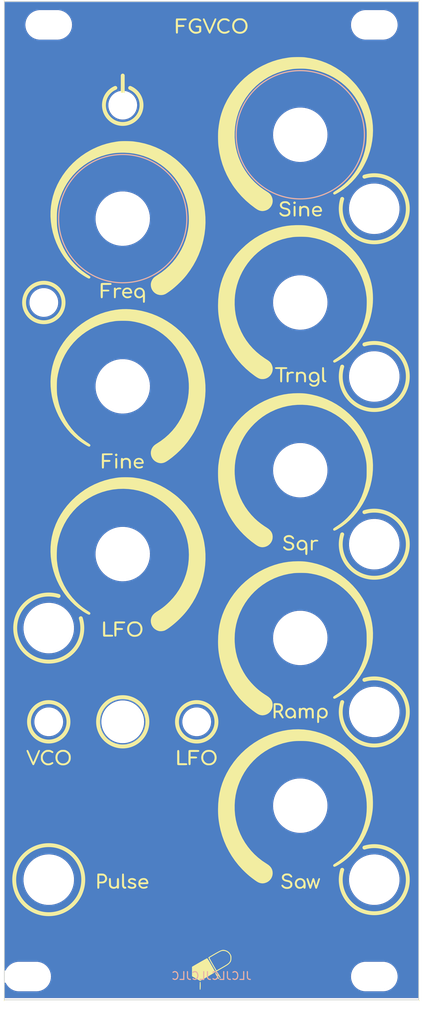
<source format=kicad_pcb>
(kicad_pcb (version 20211014) (generator pcbnew)
  (layers (0 "F.Cu" signal) (31 "B.Cu" signal) (34 "B.Paste" user) (35 "F.Paste" user) (36 "B.SilkS" user "B.Silkscreen") (37 "F.SilkS" user "F.Silkscreen") (38 "B.Mask" user) (39 "F.Mask" user) (44 "Edge.Cuts" user))
  (net 0 "")
  (footprint "MountingHole:MountingHole_6.5mm" (layer "F.Cu") (at 38.1 17.145)
    (fp_text reference "H4" (at 0.005 -0.115) (layer "F.SilkS"))
    (fp_text value "knob")
    (pad "" np_thru_hole circle locked (at 0 0) (size 6.5 6.5) (drill 6.5) (layers *.Cu *.Mask))
  )
  (footprint "MountingHole:MountingHole_6mm" (layer "F.Cu") (at 5.715 113.03)
    (fp_text reference "H17" (at 0 -0.115) (layer "F.SilkS"))
    (fp_text value "jack")
    (pad "" np_thru_hole circle locked (at 0 0) (size 6 6) (drill 6) (layers *.Cu *.Mask))
  )
  (footprint "MountingHole:MountingHole_6mm" (layer "F.Cu") (at 47.625 91.44)
    (fp_text reference "H14" (at 0 -0.115) (layer "F.SilkS"))
    (fp_text value "jack")
    (pad "" np_thru_hole circle locked (at 0 0) (size 6 6) (drill 6) (layers *.Cu *.Mask))
  )
  (footprint "MountingHole:MountingHole_6mm" (layer "F.Cu") (at 5.715 80.645)
    (fp_text reference "H19" (at 0.005 -0.115) (layer "F.SilkS"))
    (fp_text value "jack")
    (pad "" np_thru_hole circle locked (at 0 0) (size 6 6) (drill 6) (layers *.Cu *.Mask))
  )
  (footprint "MountingHole:MountingHole_6mm" (layer "F.Cu") (at 47.625 113.03)
    (fp_text reference "H15" (at 0.005 -0.115) (layer "F.SilkS"))
    (fp_text value "jack")
    (pad "" np_thru_hole circle locked (at 0 0) (size 6 6) (drill 6) (layers *.Cu *.Mask))
  )
  (footprint "MountingHole:MountingHole_6mm" (layer "F.Cu") (at 47.625 26.67)
    (fp_text reference "H13" (at 0 -0.115) (layer "F.SilkS"))
    (fp_text value "jack")
    (pad "" np_thru_hole circle locked (at 0 0) (size 6 6) (drill 6) (layers *.Cu *.Mask))
  )
  (footprint "MountingHole:MountingHole_6.5mm" (layer "F.Cu") (at 15.24 27.94)
    (fp_text reference "H5" (at 0.005 -0.115) (layer "F.SilkS"))
    (fp_text value "knob")
    (pad "" np_thru_hole circle locked (at 0 0) (size 6.5 6.5) (drill 6.5) (layers *.Cu *.Mask))
  )
  (footprint "MountingHole:MountingHole_6.5mm" (layer "F.Cu") (at 38.1 81.915)
    (fp_text reference "H6" (at 0 -0.115) (layer "F.SilkS"))
    (fp_text value "knob")
    (pad "" np_thru_hole circle locked (at 0 0) (size 6.5 6.5) (drill 6.5) (layers *.Cu *.Mask))
  )
  (footprint "MountingHole:MountingHole_3.2mm_M3" (layer "F.Cu") (at 5.715 92.71)
    (fp_text reference "H11" (at 0 -0.115) (layer "F.SilkS"))
    (fp_text value "led")
    (pad "" np_thru_hole circle locked (at 0 0) (size 3.2 3.2) (drill 3.2) (layers *.Cu *.Mask))
  )
  (footprint "MountingHole:MountingHole_6.5mm" (layer "F.Cu") (at 38.1 38.735)
    (fp_text reference "H1" (at 0.005 -0.115) (layer "F.SilkS"))
    (fp_text value "knob")
    (pad "" np_thru_hole circle locked (at 0 0) (size 6.5 6.5) (drill 6.5) (layers *.Cu *.Mask))
  )
  (footprint "MountingHole:MountingHole_6.5mm" (layer "F.Cu") (at 15.24 49.53)
    (fp_text reference "H3" (at 0.005 -0.115) (layer "F.SilkS"))
    (fp_text value "knob")
    (pad "" np_thru_hole circle locked (at 0 0) (size 6.5 6.5) (drill 6.5) (layers *.Cu *.Mask))
  )
  (footprint "MountingHole:MountingHole_5mm" (layer "F.Cu") (at 15.24 92.71)
    (fp_text reference "H20" (at 0 -0.11) (layer "F.SilkS"))
    (fp_text value "switch")
    (pad "" np_thru_hole circle locked (at 0 0) (size 5 5) (drill 5) (layers *.Cu *.Mask))
  )
  (footprint "MountingHole:MountingHole_6mm" (layer "F.Cu") (at 47.625 48.26)
    (fp_text reference "H18" (at 0.005 -0.115) (layer "F.SilkS"))
    (fp_text value "jack")
    (pad "" np_thru_hole circle locked (at 0 0) (size 6 6) (drill 6) (layers *.Cu *.Mask))
  )
  (footprint "Panel:panel silkscreen" (layer "F.Cu") (at 26.701577 64.214996)
    (fp_text reference "G***" (at 11.398423 -3.572496) (layer "F.SilkS") (effects (font (size 1.524 1.524) (thickness 0.3))))
    (fp_text value "LOGO" hide)
  )
  (footprint "Custom Footprints:mountingSlot_D3.2mm_L5.5mm" (layer "F.Cu") (at 47.63 125.5)
    (fp_text reference "H24" (at 0.005 0.175 unlocked) (layer "F.SilkS"))
    (fp_text value "screw")
    (pad "" np_thru_hole oval (at 0 0 180) (size 5.5 3.2) (drill oval 5.5 3.3) (layers F&B.Cu *.Mask))
  )
  (footprint "Custom Footprints:mountingSlot_D3.2mm_L5.5mm" (layer "F.Cu") (at 5.71 3)
    (fp_text reference "H23" (at 0.005 0.175 unlocked) (layer "F.SilkS"))
    (fp_text value "screw")
    (pad "" np_thru_hole oval (at 0 0 180) (size 5.5 3.2) (drill oval 5.5 3.3) (layers F&B.Cu *.Mask))
  )
  (footprint "MountingHole:MountingHole_3.2mm_M3" (layer "F.Cu") (at 15.24 13.335)
    (fp_text reference "H12" (at 0 -0.115) (layer "F.SilkS"))
    (fp_text value "led")
    (pad "" np_thru_hole circle locked (at 0 0) (size 3.2 3.2) (drill 3.2) (layers *.Cu *.Mask))
  )
  (footprint "MountingHole:MountingHole_6mm" (layer "F.Cu") (at 47.625 69.85)
    (fp_text reference "H16" (at 0.005 -0.115) (layer "F.SilkS"))
    (fp_text value "jack")
    (pad "" np_thru_hole circle locked (at 0 0) (size 6 6) (drill 6) (layers *.Cu *.Mask))
  )
  (footprint "MountingHole:MountingHole_3.2mm_M3" (layer "F.Cu") (at 5.08 38.735)
    (fp_text reference "H10" (at 0 -0.115) (layer "F.SilkS"))
    (fp_text value "led")
    (pad "" np_thru_hole circle locked (at 0 0) (size 3.2 3.2) (drill 3.2) (layers *.Cu *.Mask))
  )
  (footprint "MountingHole:MountingHole_6.5mm" (layer "F.Cu") (at 38.1 103.505)
    (fp_text reference "H2" (at 0.005 -0.115) (layer "F.SilkS"))
    (fp_text value "knob")
    (pad "" np_thru_hole circle locked (at 0 0) (size 6.5 6.5) (drill 6.5) (layers *.Cu *.Mask))
  )
  (footprint "Custom Footprints:mountingSlot_D3.2mm_L5.5mm" (layer "F.Cu") (at 3 125.5)
    (fp_text reference "H21" (at 0.005 0.175 unlocked) (layer "F.SilkS"))
    (fp_text value "screw")
    (pad "" np_thru_hole oval (at 0 0 180) (size 5.5 3.2) (drill oval 5.5 3.3) (layers F&B.Cu *.Mask))
  )
  (footprint "Custom Footprints:mountingSlot_D3.2mm_L5.5mm" (layer "F.Cu") (at 47.63 3)
    (fp_text reference "H22" (at 0.005 0.175 unlocked) (layer "F.SilkS"))
    (fp_text value "screw")
    (pad "" np_thru_hole oval (at 0 0 180) (size 5.5 3.2) (drill oval 5.5 3.3) (layers F&B.Cu *.Mask))
  )
  (footprint "MountingHole:MountingHole_3.2mm_M3" (layer "F.Cu") (at 24.765 92.71)
    (fp_text reference "H9" (at 0 0.2075) (layer "F.SilkS"))
    (fp_text value "led")
    (pad "" np_thru_hole circle locked (at 0 0) (size 3.2 3.2) (drill 3.2) (layers *.Cu *.Mask))
  )
  (footprint "MountingHole:MountingHole_6.5mm" (layer "F.Cu") (at 38.1 60.325)
    (fp_text reference "H8" (at 0.005 -0.115) (layer "F.SilkS"))
    (fp_text value "knob")
    (pad "" np_thru_hole circle locked (at 0 0) (size 6.5 6.5) (drill 6.5) (layers *.Cu *.Mask))
  )
  (footprint "MountingHole:MountingHole_6.5mm" (layer "F.Cu") (at 15.24 71.12)
    (fp_text reference "H7" (at 0.005 -0.115) (layer "F.SilkS"))
    (fp_text value "knob")
    (pad "" np_thru_hole circle locked (at 0 0) (size 6.5 6.5) (drill 6.5) (layers *.Cu *.Mask))
  )
  (gr_circle (center 38.1 17.145) (end 29.845 17.145) (layer "B.SilkS") (width 0.15) (fill none))
  (gr_circle (center 15.24 27.94) (end 6.985 27.94) (layer "B.SilkS") (width 0.15) (fill none))
  (gr_circle (center 15.24 92.71) (end 18.415 92.71) (layer "F.SilkS") (width 0.5) (fill none))
  (gr_arc (start 46.355315 87.312813) (mid 50.678342 94.493339) (end 43.497816 90.170312) (layer "F.SilkS") (width 0.5))
  (gr_arc (start 46.355315 108.902813) (mid 50.678342 116.083339) (end 43.497816 111.760312) (layer "F.SilkS") (width 0.5))
  (gr_arc (start 46.355315 65.722813) (mid 50.678342 72.903339) (end 43.497816 68.580312) (layer "F.SilkS") (width 0.5))
  (gr_arc (start 46.355 22.542501) (mid 50.678027 29.723027) (end 43.497501 25.4) (layer "F.SilkS") (width 0.5))
  (gr_arc (start 16.1925 11.112502) (mid 15.24 15.75272) (end 14.2875 11.112502) (layer "F.SilkS") (width 0.5))
  (gr_arc (start 9.842499 79.375315) (mid 2.661973 83.698342) (end 6.985 76.517816) (layer "F.SilkS") (width 0.5))
  (gr_circle (center 5.715 92.71) (end 8.255 92.71) (layer "F.SilkS") (width 0.5) (fill none))
  (gr_circle (center 24.765 92.71) (end 27.305 92.71) (layer "F.SilkS") (width 0.5) (fill none))
  (gr_line (start 15.24 13.334324) (end 15.24 9.525) (layer "F.SilkS") (width 0.5))
  (gr_circle (center 5.08 38.735) (end 7.62 38.735) (layer "F.SilkS") (width 0.5) (fill none))
  (gr_arc (start 46.355315 44.132813) (mid 50.678342 51.313339) (end 43.497816 46.990312) (layer "F.SilkS") (width 0.5))
  (gr_circle (center 5.715 113.03) (end 10.16 113.03) (layer "F.SilkS") (width 0.5) (fill none))
  (gr_rect locked (start 0 0) (end 53.34 128.5) (layer "Edge.Cuts") (width 0.1) (fill none))
  (gr_text "JLCJLCJLCJLC" (at 26.67 125.4125) (layer "B.SilkS") (effects (font (size 1 1)) (justify mirror)))
  (zone (net 0) (net_name "") (layers F&B.Cu) (connect_pads (clearance 0)) (min_thickness 0.2) (fill yes (thermal_gap 0.508) (thermal_bridge_width 0.508))
    (polygon (pts (xy 53.34 128.27) (xy 0 128.27) (xy 0 0) (xy 53.34 0)))
  )
)
</source>
